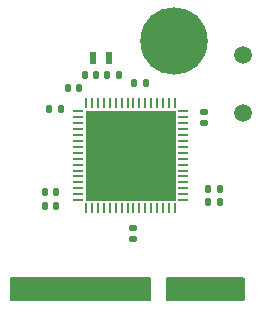
<source format=gts>
%TF.GenerationSoftware,KiCad,Pcbnew,8.0.8*%
%TF.CreationDate,2025-02-15T11:44:30-05:00*%
%TF.ProjectId,caravel-M.2-card-QFN,63617261-7665-46c2-9d4d-2e322d636172,1*%
%TF.SameCoordinates,Original*%
%TF.FileFunction,Soldermask,Top*%
%TF.FilePolarity,Negative*%
%FSLAX46Y46*%
G04 Gerber Fmt 4.6, Leading zero omitted, Abs format (unit mm)*
G04 Created by KiCad (PCBNEW 8.0.8) date 2025-02-15 11:44:30*
%MOMM*%
%LPD*%
G01*
G04 APERTURE LIST*
G04 Aperture macros list*
%AMRoundRect*
0 Rectangle with rounded corners*
0 $1 Rounding radius*
0 $2 $3 $4 $5 $6 $7 $8 $9 X,Y pos of 4 corners*
0 Add a 4 corners polygon primitive as box body*
4,1,4,$2,$3,$4,$5,$6,$7,$8,$9,$2,$3,0*
0 Add four circle primitives for the rounded corners*
1,1,$1+$1,$2,$3*
1,1,$1+$1,$4,$5*
1,1,$1+$1,$6,$7*
1,1,$1+$1,$8,$9*
0 Add four rect primitives between the rounded corners*
20,1,$1+$1,$2,$3,$4,$5,0*
20,1,$1+$1,$4,$5,$6,$7,0*
20,1,$1+$1,$6,$7,$8,$9,0*
20,1,$1+$1,$8,$9,$2,$3,0*%
G04 Aperture macros list end*
%ADD10RoundRect,0.140000X-0.140000X-0.170000X0.140000X-0.170000X0.140000X0.170000X-0.140000X0.170000X0*%
%ADD11RoundRect,0.140000X0.140000X0.170000X-0.140000X0.170000X-0.140000X-0.170000X0.140000X-0.170000X0*%
%ADD12RoundRect,0.140000X-0.170000X0.140000X-0.170000X-0.140000X0.170000X-0.140000X0.170000X0.140000X0*%
%ADD13RoundRect,0.062500X0.062500X-0.362500X0.062500X0.362500X-0.062500X0.362500X-0.062500X-0.362500X0*%
%ADD14RoundRect,0.062500X0.362500X-0.062500X0.362500X0.062500X-0.362500X0.062500X-0.362500X-0.062500X0*%
%ADD15R,7.650000X7.650000*%
%ADD16RoundRect,0.140000X0.170000X-0.140000X0.170000X0.140000X-0.170000X0.140000X-0.170000X-0.140000X0*%
%ADD17R,0.350000X1.450000*%
%ADD18C,5.703200*%
%ADD19C,1.500000*%
%ADD20R,0.600000X1.100000*%
G04 APERTURE END LIST*
D10*
X74058729Y-24053049D03*
X75018729Y-24053049D03*
D11*
X81288729Y-34113049D03*
X80328729Y-34113049D03*
D10*
X66468729Y-34483049D03*
X67428729Y-34483049D03*
X66858729Y-26223049D03*
X67818729Y-26223049D03*
D11*
X69375129Y-24453049D03*
X68415129Y-24453049D03*
X72718729Y-23353049D03*
X71758729Y-23353049D03*
D10*
X66468729Y-33233049D03*
X67428729Y-33233049D03*
D12*
X79938729Y-26473049D03*
X79938729Y-27433049D03*
D13*
X69978729Y-34653049D03*
X70478729Y-34653049D03*
X70978729Y-34653049D03*
X71478729Y-34653049D03*
X71978729Y-34653049D03*
X72478729Y-34653049D03*
X72978729Y-34653049D03*
X73478729Y-34653049D03*
X73978729Y-34653049D03*
X74478729Y-34653049D03*
X74978729Y-34653049D03*
X75478729Y-34653049D03*
X75978729Y-34653049D03*
X76478729Y-34653049D03*
X76978729Y-34653049D03*
X77478729Y-34653049D03*
D14*
X78178729Y-33953049D03*
X78178729Y-33453049D03*
X78178729Y-32953049D03*
X78178729Y-32453049D03*
X78178729Y-31953049D03*
X78178729Y-31453049D03*
X78178729Y-30953049D03*
X78178729Y-30453049D03*
X78178729Y-29953049D03*
X78178729Y-29453049D03*
X78178729Y-28953049D03*
X78178729Y-28453049D03*
X78178729Y-27953049D03*
X78178729Y-27453049D03*
X78178729Y-26953049D03*
X78178729Y-26453049D03*
D13*
X77478729Y-25753049D03*
X76978729Y-25753049D03*
X76478729Y-25753049D03*
X75978729Y-25753049D03*
X75478729Y-25753049D03*
X74978729Y-25753049D03*
X74478729Y-25753049D03*
X73978729Y-25753049D03*
X73478729Y-25753049D03*
X72978729Y-25753049D03*
X72478729Y-25753049D03*
X71978729Y-25753049D03*
X71478729Y-25753049D03*
X70978729Y-25753049D03*
X70478729Y-25753049D03*
X69978729Y-25753049D03*
D14*
X69278729Y-26453049D03*
X69278729Y-26953049D03*
X69278729Y-27453049D03*
X69278729Y-27953049D03*
X69278729Y-28453049D03*
X69278729Y-28953049D03*
X69278729Y-29453049D03*
X69278729Y-29953049D03*
X69278729Y-30453049D03*
X69278729Y-30953049D03*
X69278729Y-31453049D03*
X69278729Y-31953049D03*
X69278729Y-32453049D03*
X69278729Y-32953049D03*
X69278729Y-33453049D03*
X69278729Y-33953049D03*
D15*
X73728729Y-30203049D03*
D16*
X73958729Y-37243049D03*
X73958729Y-36283049D03*
D17*
X82748140Y-41227460D03*
X82247760Y-41227460D03*
X81749920Y-41227460D03*
X81249540Y-41227460D03*
X80749160Y-41227460D03*
X80248780Y-41227460D03*
X79748400Y-41227460D03*
X79248020Y-41227460D03*
X78747640Y-41227460D03*
X78249800Y-41227460D03*
X77749420Y-41227460D03*
X77249040Y-41227460D03*
X74749680Y-41227460D03*
X74249300Y-41227460D03*
X73748920Y-41227460D03*
X73251080Y-41227460D03*
X72750700Y-41227460D03*
X72250320Y-41227460D03*
X71752480Y-41227460D03*
X71252100Y-41227460D03*
X70751720Y-41227460D03*
X70251340Y-41227460D03*
X69750960Y-41227460D03*
X69250580Y-41227460D03*
X68750200Y-41227460D03*
X68252360Y-41227460D03*
X67751980Y-41227460D03*
X67251600Y-41227460D03*
X66751220Y-41227460D03*
X66250840Y-41227460D03*
X65750460Y-41227460D03*
X65250080Y-41227460D03*
X64752240Y-41227460D03*
X64251860Y-41227460D03*
D18*
X77450000Y-20500000D03*
D11*
X70818729Y-23353049D03*
X69858729Y-23353049D03*
D19*
X83238729Y-21703049D03*
X83238729Y-26583049D03*
D11*
X81288729Y-33046249D03*
X80328729Y-33046249D03*
D20*
X70538729Y-21953049D03*
X71938729Y-21953049D03*
G36*
X83343039Y-40522734D02*
G01*
X83388794Y-40575538D01*
X83400000Y-40627049D01*
X83400000Y-42376000D01*
X83380315Y-42443039D01*
X83327511Y-42488794D01*
X83276000Y-42500000D01*
X76824000Y-42500000D01*
X76756961Y-42480315D01*
X76711206Y-42427511D01*
X76700000Y-42376000D01*
X76700000Y-40627049D01*
X76719685Y-40560010D01*
X76772489Y-40514255D01*
X76824000Y-40503049D01*
X83276000Y-40503049D01*
X83343039Y-40522734D01*
G37*
G36*
X75443039Y-40522734D02*
G01*
X75488794Y-40575538D01*
X75500000Y-40627049D01*
X75500000Y-42376000D01*
X75480315Y-42443039D01*
X75427511Y-42488794D01*
X75376000Y-42500000D01*
X63624000Y-42500000D01*
X63556961Y-42480315D01*
X63511206Y-42427511D01*
X63500000Y-42376000D01*
X63500000Y-40627049D01*
X63519685Y-40560010D01*
X63572489Y-40514255D01*
X63624000Y-40503049D01*
X75376000Y-40503049D01*
X75443039Y-40522734D01*
G37*
M02*

</source>
